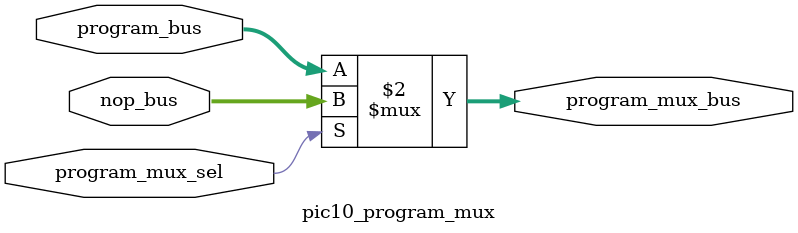
<source format=v>
/****************************************************************************
*
* By John.Gulbrandsen@SummitSoftConsulting.com, 1/17/2007.
*
* This file contains all the modules used by the datapath in the PIC10 RISC 
* CPU core.
*
* The datapath is software compatible with the PIC10F100 microcontroller
* series from Microchip. Note that the datapath is not cycle-accurate 
* because this implementation is not pipelined in order to keep the imple-
* mentation small. The higher clock frequency of a CPLD/FPGA will more than
* compensate for this.
*
* Register differences: TMR0 is not implemented. OSCCAL and CMCON0 registers
* have been replaced by two more GPIO registers. PC is 9-bits (no banking 
* support in the PIC10F100-series so there's no need to implement more bits).
*
****************************************************************************/

// These constants determine the signals on the status_bus (output from ALU)
// as well as on the status_reg_bus (output from STATUS register).
`define STATUS_C	0
`define STATUS_DC	1
`define STATUS_Z	2	

// This constant defines the number of stack positions.
`define STACK_DEPTH 2

module pic10_datapath(
	
	///////////////////////////////////////////////////////////////
	/////////////////////////// Inouts ////////////////////////////
	///////////////////////////////////////////////////////////////
	
	inout [7:0] gpio5_pin_bus,	// Inout: Port 5 pins connected to the outside world.
	inout [7:0] gpio6_pin_bus,	// Inout: Port 6 pins connected to the outside world.
	inout [7:0] gpio7_pin_bus,	// Inout: Port 7 pins connected to the outside world.
	
	
	///////////////////////////////////////////////////////////////
	/////////////////////////// Outputs ///////////////////////////
	///////////////////////////////////////////////////////////////
	
	output zero_result,			// Lets the controller know the state of Z-flag 
								// updates so it knows when to increment the PC
								// during execution of the DECFSZ, INCFSZ, BTFSZ
								// and BTFSS instructions.
	
	output [4:0] reg_addr_bus,	// Used by the controller so it knows which 
								// load_XXX_reg signal to assert when writing to
								// a register via a direct or indirect address.
								
	output [11:0] ir_reg_bus,	// Passes the current instruction code to the
								// controller so it knows how to direct the
								// datapath to execute the instruction.

	output [8:0] pc_bus,		// The program memory address. Will result in
								// program instructions to be received on the
								// 'program_bus' bus.

	///////////////////////////////////////////////////////////////
	/////////////////////////// Inputs ////////////////////////////
	///////////////////////////////////////////////////////////////

	input load_status_reg,		// Loads the alu_bus into STATUS register on next
								// posedge(clk).
								
	input alu_mux_sel,			// Selects the 2nd operand to ALU to be 
								// sft_data_bus (0) or ram_data_bus(1).
								
	input load_w_reg,			// Loads alu_bus into W register on next 
								// posedge(clk).
								
	input load_fsr_reg,			// Loads alu_bus into FSR register on next 
								// posedge(clk). 
								
	input load_ram_reg,			// Loads alu_bus into the addressed general purpose
								// register on next posedge(clk). 
								
	input reg_addr_mux_sel,		// Selects the register address to be used when reading or writing a
								// register. Can either be a direct address (0) or an indirect address (1).
								
	input load_tris5_reg,		// Used to load the TRIS registers. A '1' in a
	input load_tris6_reg,		// bit position makes the corresponding bit in 
	input load_tris7_reg,		// the related GPIO register tri-stated (inputs).
								// The TRIS registers are reset as FFh (inputs).
								
	input load_gpio5_reg,		// Used to load the GPIO registers. Output data
	input load_gpio6_reg,		// is only driven out on the I/O pin if the
	input load_gpio7_reg,		// corresponding TRIS bit is '0' (output).

	input inc_stack,			// Increments or decrements the stack pointer on 
	input dec_stack,			// next posedge(clk). 
								
	input load_stack,			// Loads the current stack location with the
								// data on the pc_bus (used by the CALL instruction
								// to store the return address onto the stack).			
								
	input load_pc_reg,			// loads PC register from pc_mux_bus (used by
								// the CALL instruction to load the jump address
								// or used to directly load a new value into PCL
								// when PCL is used as the target register).
								
	input inc_pc,				// Increments the program counter (PC). Used
								// after instruction fetch as well as in 'skip'
								// instructions (DECFSZ, INCFSZ, BTFSC and BTFSS).
								
	input [1:0] pc_mux_sel,		// Chooses whether the load data to PC should come
								// from the stack_bus (0), alu_bus (1) or 
								// ir_reg_bus (2).
								
	input load_ir_reg,			// Loads IR with the contents of the program 
								// memory word currently being addressed by PC.
								
	input [11:0] program_bus,	// Current instruction from the program memory at
								// the address output at pc_bus.

	input skip_next_instruction,// If the previous instruction was DECFSZ, INCFSZ, 
								// BTFSC or BTFSS and the result was zero we should 
								// not execute the next instruction (i.e. we should 
								// treat the next instruction as a NOP).
								
	input reset,				// System reset.
	input clk					// System clock.
								
	);
	
	///////////////////////////////////////////////////////////////
	///////////////////Internal Wires and buses ///////////////////
	///////////////////////////////////////////////////////////////

	wire [7:0] status_reg_bus;		// The output from the STATUS register.
	wire [7:0] alu_bus;				// The output result from the ALU.
	wire [2:0] alu_status_bus;		// The status output from the ALU.
	wire [7:0] sfr_data_bus;		// The output from the SFR Data Mux.
	wire [7:0] fsr_reg_bus;			// The output from the FSR register.
	wire [7:0] triport5_bus;		// The value read from GPIO port 5.
	wire [7:0] triport6_bus;		// The value read from GPIO port 6.
	wire [7:0] triport7_bus;		// The value read from GPIO port 7.
	wire [7:0] ram_data_bus;		// The output from the General Purpose RAM.
	wire [11:0] program_mux_bus;	// The output from the Program Mux.
	
	///////////////////////////////////////////////////////////////
	/////////////////////// Implementation ////////////////////////
	///////////////////////////////////////////////////////////////

	// The 'zero_result' output is tied to the Z bit in the ALU's status_bus.
	assign zero_result = alu_status_bus[`STATUS_Z];

	// This is the status register. It is loaded from alu_bus.
	// The ALU can also individually set/clear the Z, C and DC bits.
		
	pic10_status_reg status_reg(
		status_reg_bus[7:0],	// Output: The current status is always driven.
		carry_bit,				// Output: The carry bit from the STATUS register.
		alu_bus[7:0],			// Input: Data to be loaded when asserting 'load_status_reg'.
		load_status_reg,		// Input: Loads alu_bus into register at next posedge(clk).
		alu_status_bus[2:0],	// Input: Z, C and DC status bits. Driven by ALU.
		load_z,					// Input: Changes Z bit accordingly to alu_status_bus.z.
		load_c,					// Input: Changes C bit accordingly to alu_status_bus.c.
		load_dc,				// Input: Changes DC bit accordingly to alu_status_bus.dc.
		reset,					// System reset.
		clk);					// System clock.
		
	// This is the SFR Data Mux. It is used to select one of the SFR registers as
	// ALUs 2nd operand. Note that there is yet another mux inbetween the SFR Data
	// Mux and the ALU (the ALU Mux) which selects between the SFR Data and General-
	// Purpose RAM data	outputs.
	
	reg [7:0] null_bus = 8'b0;	// Used to drive 00h on the not implemented INDF and TMR0 buses.

	pic10_sfr_data_mux sfr_data_mux(
		sfr_data_bus,			// Output: Operand data from the special function registers 0..7.
		reg_addr_bus[2:0],		// Input: This is the currently selected register address (either
								// a direct address	or an indirect address selected by the Register
								// Address Mux). The SFR Data Mux only uses the three lowest bits.	
		null_bus[7:0],			// Input: INDF returns 00h when read.
		null_bus[7:0],			// Input: TMR0 returns 00h when read (not implemented).
		pc_bus[7:0],			// Input: PCL (the lowest 8 bits of the 9-bit PC).
		status_reg_bus[7:0],	// Input: The STATUS register's output.
		fsr_reg_bus[7:0],		// Input: The FSR register's output.
		triport5_bus[7:0],		// Input: The value read from GPIO port 5. Replaces OSCCAL register.
		triport6_bus[7:0],		// Input: The value read from GPIO port 6.
		triport7_bus[7:0]);		// Input: The value read from GPIO port 7. Replaces CMCON0 register.
		
	// This is the ALU datapath. It contains the ALU, the ALU MUX that selects ALU operand 
	// data from either the sfr_data_bus or ram_data_bus. In addition this module contains
	// the W register. Packaging these modules into the ALU Datapath module makes the
	// ALU Core easy to test separately.
	
	pic10_alu_datapath alu_datapath(
		alu_bus[7:0],			// Output: The output from the ALU. This can either be
								// an unmodified, passed-through operand (W or register),
								// a literal (constant) from the instruction word or
								// the result from an arithmetic or logical operation
								// or some combination of the W reg, registers and a 
								// literal.
								
		alu_status_bus[2:0],	// Output: Z, C and DC status bits. Driven by ALU when
								// an ALU operation affects any of the flags. The load_XXX
								// outputs will determine which of the alu_status_bus signals
								// are valid (and should be loaded into the status register).
								
		load_z,					// Output: The alu_status_bus.z bit is valid.
		load_c,					// Output: The alu_status_bus.c bit is valid.
		load_dc,				// Output: The alu_status_bus.dc bit is valid.
		
		sfr_data_bus[7:0],		// Input: Operand data from the special function registers 0..7.
		ram_data_bus[7:0],		// Input: Operand data from the general-purpose RAM registers.
		ir_reg_bus[11:0],		// Input: This is the current instruction loaded into the 
								// instruction register. The ALU uses the 'literal' operand
								// fields in the instruction word.
								
		alu_mux_sel,			// Input: Selects the ALU's 2nd operand to be either the data on the 
								// sfr_data_bus (0) or the data on the ram_data_bus (1).
		
		load_w_reg,				// Input: Loads the data on the alu_bus into the W register.
		carry_bit,				// Input: The carry bit from the STATUS register.
		
		reset,					// System reset.
		clk);					// System clock.
		
	// This 12-bit multiplexer allows us to replace the next instruction with a NOP.
	// It is used by the controller to skip over the next actual instruction when
	// one of the 'skip'-instructions results in a skip of the next instruction.
	
	reg [11:0] nop_bus = 12'h000;
	
	pic10_program_mux program_mux(
		program_mux_bus,		// Output: This is the bus that drives the ALUs 2nd operand.
		program_bus,			// Input: Operand data from the program_bus (currently addressed instruction).
		nop_bus,				// Input: A NOP instruction Op-code (000h).
		skip_next_instruction);	// Input: When asserted, passes through the NOP Op-code.
		
	// This is the SFR datapath. It contains the Instruction Register (IR), the FSR 
	// register, the Register Address Mux as well as the General-purpose RAM registers.
	// Packaging these modules into the 'SFR Datapath' module allows us to more easily
	// test the functionality of the direct and indirect addressing modes to access RAM. 
	
	pic10_sfr_datapath sfr_datapath(
		fsr_reg_bus[7:0],		// Output: Contains the indirect register address in the FSR register.
								// Used by the controller to determine which load_XXX_reg signal to 
								// assert when writing to a SFR or general-purpose RAM register.
								
		ir_reg_bus[11:0],		// Output: Contains the instruction word in the Instruction Register.
								// Used by the controller to determine which combinational signals
								// to assert to execute the instruction. Also used by the ALU which
								// needs to know the 'literal' constant operands (which some
								// instructions have encoded as part of the instruction).
								
		ram_data_bus[7:0],		// Output: The output from the currently addressed general-purpose
								// RAM register. The address can either be a direct or indirect 
								// address (determined by the Register Address Mux).
								
		reg_addr_bus[4:0],		// Output: This is the currently selected register address (either
								// a direct address	or an indirect address selected by the Register
								// Address Mux). Note that we only pass in a part-select of the bus.

		program_mux_bus[11:0],	// Input: Carries the program word to load into the Instruction Register
								// (IR) when 'load_ir_reg' is asserted.
								
		alu_bus[7:0],			// Input: The output from the ALU. Loaded into a register when one of the
								// load_XXX_reg signals are asserted.					
								
		load_ir_reg,			// Input: Loads alu_bus into IR on the next posedge(clk).
		load_fsr_reg,			// Input: Loads alu_bus into FSR on the next posedge(clk).
		load_ram_reg,			// Input: Loads alu_bus into a General-purpose RAM register with the address 
								// driven on reg_addr_bus. The data is clocked in on the next 
								// posedge(clk).
								
		reg_addr_mux_sel,		// Input: Selects the register address to be used when reading or writing a
								// register. Can either be a direct address (0) or an indirect address (1).
								
		reset,					// System reset.
		clk);					// System clock.
							
	// This is the 'PC Datapath'. It contains the Program Counter (PC), the stack and the PC Mux
	// which allows the PC to be loaded with data from the stack, alu_bus or ir_reg_bus buses. By
	// putting these modules into the 'PC Datapath' module we can test the PC push and pop operations.
	
	pic10_pc_datapath pc_datapath(
		pc_bus[8:0],			// Output: Drives the current value in the Program Counter.
		alu_bus[7:0],			// Input: Used to load register values into PC.
		ir_reg_bus[8:0],		// Input: Used to load literal values (constants in instructions) into PC.
		pc_mux_sel[1:0],		// Input: Allows the PC to be loaded with data from the internal stack bus (0),
								// alu_bus (1) or ir_reg_bus (2).
		load_pc_reg,			// Input: Loads the PC from the input bus currently selected via pc_mux_sel.
		inc_pc,					// Input: Increments the program counter.
		inc_stack,				// Input: Increments the stack pointer.
		dec_stack,				// Input: Decrements the stack pointer.
		load_stack,				// Input: Loads the stack from the current PC value.
		reset,					// System reset.
		clk);					// System clock.
		
	// This is the tri-state register number 5. It combines the GPIO and TRIS register 5.
	pic10_tri_state_port tri_state_port5(
		gpio5_pin_bus[7:0],		// Inout: This is the port bus connected to the outside world.
		triport5_bus[7:0],		// Output: The value read from GPIO port 5. Replaces OSCCAL register.
		alu_bus[7:0],			// Input: Used to load register values into the TRIS or GPIO port (the
								// register to load is determined by asserting either the load_tris5_reg
								// or the load_gpio5_reg signal).
		load_tris5_reg,			// Used to load the TRIS register.
		load_gpio5_reg,			// Used to load the GPIO register.
		reset,					// Input: System reset.
		clk);					// Input: System clock.
		
		
	// This is the tri-state register number 6. It combines the GPIO and TRIS register 6.
	pic10_tri_state_port tri_state_port6(
		gpio6_pin_bus[7:0],		// Inout: This is the port bus connected to the outside world.
		triport6_bus[7:0],		// Output: The value read from GPIO port 6.
		alu_bus[7:0],			// Input: Used to load register values into the TRIS or GPIO port (the
								// register to load is determined by asserting either the load_tris6_reg
								// or the load_gpio6_reg signal).
		load_tris6_reg,			// Used to load the TRIS register.
		load_gpio6_reg,			// Used to load the GPIO register.
		reset,					// Input: System reset.
		clk);					// Input: System clock.
		
		
	// This is the tri-state register number 7. It combines the GPIO and TRIS register 7.
	pic10_tri_state_port tri_state_port7(
		gpio7_pin_bus[7:0],		// Inout: This is the port bus connected to the outside world.
		triport7_bus[7:0],		// Output: The value read from GPIO port 7. Replaces CMCON0 register.
		alu_bus[7:0],			// Input: Used to load register values into the TRIS or GPIO port (the
								// register to load is determined by asserting either the load_tris7_reg
								// or the load_gpio7_reg signal).
		load_tris7_reg,			// Used to load the TRIS register.
		load_gpio7_reg,			// Used to load the GPIO register.
		reset,					// Input: System reset.
		clk);					// Input: System clock.
	
endmodule
			
		
/////////////////////////////////////////////////////////////////
// module pic10_alu_datapath
// Tested OK 2/14/07 with testbench 'test_pic10_alu_datapath'.
/////////////////////////////////////////////////////////////////		
module pic10_alu_datapath(
		output [7:0] alu_bus,	// Output: The output from the ALU. This can either be
								// an unmodified, passed-through operand (W or register),
								// a literal (constant) from the instruction word or
								// the result from an arithmetic or logical operation
								// or some combination of the W reg, registers and a 
								// literal.
								
		output [2:0] alu_status_bus,// Output: Z, C and DC status bits. Driven by ALU when
								// an ALU operation affects any of the flags. The load_XXX
								// outputs will determine which of the alu_status_bus signals
								// are valid (and should be loaded into the status register).
		output load_z,			// Output: The alu_status_bus.z bit is valid.
		output load_c,			// Output: The alu_status_bus.c bit is valid.
		output load_dc,			// Output: The alu_status_bus.dc bit is valid.
		input [7:0]sfr_data_bus,// Input: Operand data from the special function registers 0..7.
		input [7:0]ram_data_bus,// Input: Operand data from the general-purpose RAM registers.
		input [11:0] ir_reg_bus,// Input: This is the current instruction loaded into the 
								// instruction register. The ALU uses the 'literal' operand
								// fields in the instruction word.
		input alu_mux_sel,		// Input: Selects the ALU's 2nd operand to be either the data on the 
								// sfr_data_bus (0) or the data on the ram_data_bus (1).
		input load_w_reg,		// Input: Loads the data on the alu_bus into the W register.
		input carry_bit,		// Input: The carry bit from the STATUS register.
		input reset,			// System reset.
		input clk);				// System clock.
		

	///////////////////////////////////////////////////////////////
	///////////////// Internal Wires and Buses ////////////////////
	///////////////////////////////////////////////////////////////

   wire [7:0] alu_mux_bus;
   wire [7:0] w_reg_bus;

	///////////////////////////////////////////////////////////////
	/////////////////////// Implementation ////////////////////////
	///////////////////////////////////////////////////////////////

	// This is the ALU Mux that selects the 2nd ALU operand to be either 
	// the SFR or the currently addressed general-purpose RAM register.
	
	pic10_alu_mux alu_mux(
		alu_mux_bus[7:0],		// Output: This is the bus that drives the ALUs 2nd operand.
		sfr_data_bus[7:0],		// Input: Operand data from the special function registers 0..7.
		ram_data_bus[7:0],		// Input: Operand data from the general-purpose RAM registers.
		alu_mux_sel);			// Input: Selects the ALU's 2nd operand to be either the data on the 
								// sfr_data_bus (0) or the data on the ram_data_bus (1).
								
	// This is the ALU.
	pic10_alu alu(
		alu_bus[7:0],			// Output: The output from the ALU. This can either be
								// an unmodified, passed-through operand (W or register),
								// a literal (constant) from the instruction word or
								// the result from an arithmetic or logical operation
								// or some combination of the W reg, registers and a 
								// literal.
		load_z,					// Output: The ALU will set this signal when the Z bit is affected 
								// by an ALU operation. The Z bit itself is part of the alu_status_bus.
		load_c,					// Output: The ALU will set this signal when the C bit is affected 
								// by an ALU operation. The C bit itself is part of the alu_status_bus.
		load_dc,				// Output: The ALU will set this signal when the DC bit is affected 
								// by an ALU operation. The DC bit itself is part of the alu_status_bus.
		alu_status_bus[2:0],	// Output: The ALU drives the Z, C and/or DC status bits if affected
								// by the ALU operation input on the ir_reg_bus input.
		w_reg_bus[7:0],			// Input: The output from the W register. Used as 1st ALU operand.
		alu_mux_bus[7:0],		// Input: This is the bus that drives the ALUs 2nd operand.
		ir_reg_bus[11:0],		// Input: The ALU retrieves the opcode and literal operands from this bus.
		carry_bit);				// Input: The carry bit from the STATUS register.
		
	// This is the W register.
	pic10_w_reg w_reg(
		w_reg_bus[7:0],			// Output: The output from the W register. Used as 1st ALU operand.
		alu_bus[7:0],			// Input: The output from the ALU. This can either be
								// an unmodified, passed-through operand (W or register),
								// a literal (constant) from the instruction word or
								// the result from an arithmetic or logical operation
								// or some combination of the W reg, registers and a 
								// literal.
		load_w_reg,				// Input: Loads the data on the alu_bus into the W register.
		reset,					// System reset.
		clk);					// System clock.
									
endmodule


/////////////////////////////////////////////////////////////////
// module pic10_sfr_datapath
// Tested OK 1/22/07 with testbench 'test_pic10_sfr_datapath'.
/////////////////////////////////////////////////////////////////		
module pic10_sfr_datapath(
	output [7:0] fsr_reg_bus,	// Output: Contains the indirect register address in the FSR register.
								// Used by the controller to determine which load_XXX_reg signal to 
								// assert when writing to a SFR or general-purpose RAM register.
							
	output [11:0] ir_reg_bus,	// Output: Contains the instruction word in the Instruction Register.
								// Used by the controller to determine which combinational signals
								// to assert to execute the instruction. Also used by the ALU which
								// needs to know the 'literal' constant operands (which some
								// instructions have encoded as part of the instruction).
								
	output [7:0] ram_data_bus,	// Output: The output from the currently addressed general-purpose
								// RAM register. The address can either be a direct or indirect 
								// address (determined by the Register Address Mux).
				
	output [4:0] reg_addr_bus,	// Output: This is the currently selected register address (either
								// a direct address	or an indirect address selected by the Register
								// Address Mux). Used as select signal for the SFR Data Mux. The SFR Data
								// Mux selects the SFR data to be used as the 2nd ALU operand.
								// NOTE that the 2nd ALU operand is further qualified by the ALU
								// Mux which selects between the output from the SFR Data Mux and 
								// the output from the General Purpose RAM Registers.
							
	input [11:0] program_mux_bus,// Input: Carries the program word to load into the Instruction Register
								// (IR) when 'load_ir_reg' is asserted.
							
	input [7:0] alu_bus,		// Input: The output from the ALU. Loaded into a register when one of the
								// load_XXX_reg signals are asserted.					
							
	input load_ir_reg,			// Input: Loads program_mux_bus into IR on the next posedge(clk).
	input load_fsr_reg,			// Input: Loads alu_bus into FSR on the next posedge(clk).
	input load_ram_reg,			// Input: Loads alu_bus into a General-purpose RAM register with the address 
								// driven on reg_addr_bus. The data is clocked in on  next posedge(clk).
							
	input reg_addr_mux_sel,		// Input: Selects the register address to be used when reading or writing a
								// register. Can either be a direct address (0) or an indirect address (1).
								
	input reset,				// System reset.
	input clk);					// System clock.

	///////////////////////////////////////////////////////////////
	/////////////////////// Implementation ////////////////////////
	///////////////////////////////////////////////////////////////

	// This is the Instruction Register (IR). It holds the 
	// current instruction while it is being executed.
	
	pic10_ir ir(
		ir_reg_bus[11:0],		// Output: Contains the instruction word in the Instruction Register.
		program_mux_bus[11:0],	// Input: Carries the program word to load into the Instruction Register
								// (IR) when 'load_ir_reg' is asserted.					
		load_ir_reg,			// Input: Loads program_mux_bus into IR on the next posedge(clk).
		reset,					// System reset.
		clk);					// System clock.
	
	// This is the FSR register. The value loaded into the FSR register is used as the 
	// indirect register address when an instruction reads a register via the INDF register.
	
	pic10_fsr fsr(
		fsr_reg_bus[7:0],		// Output: Contains the indirect register address in the FSR register.
		alu_bus[7:0],			// Input: The output from the ALU. Loaded into the FSR register when 
								// the load_fsr_reg signals is asserted at the next posedge(clk).
		load_fsr_reg,			// Input: Loads alu_bus into FSR on the next posedge(clk).
		reset,					// System reset.
		clk);					// System clock.
	
	// This is the Register Address Mux. It is used to select between 
	// a direct or indirect address when addressing a register.
	pic10_register_address_mux register_address_mux(
		reg_addr_bus[4:0],		// Output: This is the currently selected register address (either
								// a direct address	or an indirect address selected by the Register
								// Address Mux).
		ir_reg_bus[4:0],		// Input: This part-select of the complete instruction word contains 
								// a 'literal' constant specifying the direct address used to access 
								// a register (note: only for selected data-moving instructions).
		fsr_reg_bus[4:0],		// Input: Contains the indirect register address in the FSR register.
								// The indirect address is only used when accessing a register via
								// the FSR register.
		reg_addr_mux_sel);		// Input: Selects the register address to be used when reading or writing a
								// register. Can either be a direct address (0) or an indirect address (1).
			
	// This is the General Purpose Registers (RAM).
	pic10_ram_registers ram_registers(
		ram_data_bus[7:0],		// Output: Always outputs the data in the addressed register.
		alu_bus[7:0],			// Input: The output from the ALU. Loaded into the register when the
								// load_ram_reg signal is asserted. 
		load_ram_reg,			// Input: Loads alu_bus into a General-purpose RAM register with the address 
								// driven on reg_addr_bus. The data is clocked in on the next 
								// posedge(clk).
		reg_addr_bus[4:0],		// Input: This is the currently selected register address (either
								// a direct address	or an indirect address selected by the Register
								// Address Mux). Note: The first RAM register is at address 8 because
								// the Special Function Registers have addresses 0..7.
		reset,					// System reset.
		clk);					// System clock.
	
endmodule

/////////////////////////////////////////////////////////////////
// module pic10_pc_datapath
// Tested OK 1/27/07 with testbench 'test_pic10_pc_datapath'.
/////////////////////////////////////////////////////////////////		
module pic10_pc_datapath(
	output [8:0] pc_bus,		// Output: Drives the current value in the Program Counter.
	input [7:0] alu_bus,		// Input: Used to load register values into PC.
	input [8:0] ir_reg_bus,		// Input: Used to load literal values (constants in instructions) into PC.
	input [1:0] pc_mux_sel,		// Input: Allows the PC to be loaded with data from the internal stack bus (0),
								// alu_bus (1) or ir_reg_bus (2).
	input load_pc_reg,			// Input: Loads the PC from the input bus currently selected via pc_mux_sel.
	input inc_pc,				// Input: Increments the program counter.
	input inc_stack,			// Input: Increments the stack pointer.
	input dec_stack,			// Input: Decrements the stack pointer.
	input load_stack,			// Input: Loads the stack from the current PC value.
	input reset,				// System reset.
	input clk);					// System clock.
	
	///////////////////////////////////////////////////////////////
	/////////////////////// Implementation ////////////////////////
	///////////////////////////////////////////////////////////////
	
	// This is the n-level stack. The default stack depth is 2 but it
	// can be expended by modifying the 'pic10_stack' module.
	wire [8:0] stack_bus;
	
	pic10_stack stack(
		stack_bus[8:0],			// Output: Current stack location data.
		pc_bus[8:0],			// Input: Data to be loaded when asserting load_stack.
		load_stack,				// Input: Loads the stack from the current PC value.
		inc_stack,				// Input: Increments the current stack location.
		dec_stack,				// Input: Decrements the current stack location.
		reset,					// Input: System reset.
		clk);					// Input: System clock.

	// This is the PC Mux. It allows the PC to be loaded with data from
	// either the stack_bus (0), alu_bus (1) or the ir_reg_bus (2).
	wire [8:0] pc_mux_bus;
	
	pic10_pc_mux pc_mux(
		pc_mux_bus[8:0],		// Output: The PC will be loaded from this bus.
		stack_bus[8:0],			// Input: Used to load stacked values into PC.
		alu_bus[7:0],			// Input: Used to load register values into PC.
		ir_reg_bus[8:0],		// Input: Used to load literal values (constants in instructions) into PC.
		pc_mux_sel[1:0]);		// Input: allows the PC to be loaded with data from the internal stack bus (0),
								// alu_bus (1) or ir_reg_bus (2).
		
	// This is the program counter.
	pic10_pc pc(
		pc_bus[8:0],			// Output: Drives the current value in the Program Counter.
		pc_mux_bus[8:0],		// Input: Data to be loaded into PC when 'load_pc_reg' is asserted. 	
		load_pc_reg,			// Input: Loads the PC from the input bus currently selected via pc_mux_sel.
		inc_pc,					// Input: Increments the program counter.
		reset,					// Input: System reset.
		clk);					// Input: System clock.
		
endmodule

/////////////////////////////////////////////////////////////////
// module pic10_stack
// Tested OK 1/27/07 with testbench 'test_pic10_stack'.
/////////////////////////////////////////////////////////////////	
module pic10_stack(
	output [8:0] stack_bus,		// Output: Current stack location data.
	input [8:0] pc_bus,			// Input: Data to be loaded when asserting load_stack.
	input load_stack,			// Input: Loads the stack from the current PC value.
	input inc_stack,			// Input: Increments the current stack location.
	input dec_stack,			// Input: Decrements the current stack location.
	input reset,				// Input: System reset.
	input clk);					// Input: System clock.

	///////////////////////////////////////////////////////////////
	/////////////////////// Implementation ////////////////////////
	///////////////////////////////////////////////////////////////

	// This is the stack storage.
	reg [8:0] stack_regs[`STACK_DEPTH];
	
	// This is the internal stack pointer. It is updated 
	// by the inc_stack and dec_stack signals.
	reg sp;
		
	always @(posedge clk)
	begin
	
		if(reset)
			sp <= 0;
		else if(load_stack)
			stack_regs[sp] <= pc_bus;	
		else if(inc_stack)
			sp <= sp + 1;
		else if(dec_stack)
			sp <= sp - 1;
	end
	
   assign stack_bus = stack_regs[sp];

endmodule

/////////////////////////////////////////////////////////////////
// module pic10_pc_mux
// Tested OK 1/27/07 with testbench 'test_pic10_pc_mux'.
/////////////////////////////////////////////////////////////////	
module pic10_pc_mux(
	output reg [8:0] pc_mux_bus,// Output: The PC will be loaded from this bus.
	input [8:0] stack_bus,		// Input: Used to load stacked values into PC.
	input [7:0] alu_bus,		// Input: Used to load register values into PC.
	input [8:0] ir_reg_bus,		// Input: Used to load literal values (constants in instructions) into PC.
	input [1:0] pc_mux_sel);	// Input: allows the PC to be loaded with data from the internal stack bus (0),
								// alu_bus (1) or ir_reg_bus (2).

	///////////////////////////////////////////////////////////////
	/////////////////////// Implementation ////////////////////////
	///////////////////////////////////////////////////////////////
	
	reg [8:0] null_bus = 0;
	
	always @(stack_bus, alu_bus, ir_reg_bus, pc_mux_sel) 
	begin
		
		case(pc_mux_sel)
			2'd0:		pc_mux_bus = stack_bus;
			2'd1:		pc_mux_bus = {1'b0, alu_bus};
			2'd2:		pc_mux_bus = ir_reg_bus;
			default:	pc_mux_bus = null_bus;
	endcase
		
	end	
				
endmodule

/////////////////////////////////////////////////////////////////
// module pic10_pc
// Tested OK 1/27/07 with testbench 'test_pic10_pc'.
/////////////////////////////////////////////////////////////////		
module pic10_pc(
	output reg [8:0] pc_bus,	// Output: Drives the current value in the Program Counter.
	input [8:0] pc_mux_bus,		// Input: Data to be loaded into PC when 'load_pc_reg' is asserted. 	
	input load_pc_reg,			// Input: Loads the PC from the input bus currently selected via pc_mux_sel.
	input inc_pc,				// Input: Increments the program counter.
	input reset,				// Input: System reset.
	input clk);					// Input: System clock.

	///////////////////////////////////////////////////////////////
	/////////////////////// Implementation ////////////////////////
	///////////////////////////////////////////////////////////////
	
	always @(posedge clk)
	begin
	
		// 'reset' takes precedence over other inputs.
		if(reset) 
			pc_bus <= 0;
		else if(load_pc_reg)
			pc_bus <= pc_mux_bus;
		else if(inc_pc)
			pc_bus <= pc_bus + 1;
	end	
		
endmodule

/////////////////////////////////////////////////////////////////
// module pic10_ir
// Tested OK 1/27/07 with testbench 'test_pic10_ir'.
/////////////////////////////////////////////////////////////////
module pic10_ir(
	output reg [11:0] ir_reg_bus,	// Output: Contains the instruction word in the Instruction Register.
	input [11:0] program_mux_bus,	// Input: Carries the program word to load into the Instruction Register
									// (IR) when 'load_ir_reg' is asserted.					
	input load_ir_reg,				// Input: Loads program_mux_bus into IR on the next posedge(clk).
	input reset,					// Input: System reset.
	input clk);						// Input: System clock.

	///////////////////////////////////////////////////////////////
	/////////////////////// Implementation ////////////////////////
	///////////////////////////////////////////////////////////////
	
	always @(posedge clk)
	begin
	
		// 'reset' takes precedence over other inputs.
		if(reset) 
			ir_reg_bus <= 0;
		else if(load_ir_reg)
			ir_reg_bus <= program_mux_bus;
	end	
	
endmodule

/////////////////////////////////////////////////////////////////
// module pic10_fsr
// Tested OK 1/27/07 with testbench 'test_pic10_fsr'.
/////////////////////////////////////////////////////////////////
module pic10_fsr(
	output reg [7:0] fsr_reg_bus,// Output: Contains the indirect register address in the FSR register.
	input [7:0] alu_bus,		// Input: The output from the ALU. Loaded into the FSR register when 
								// the load_fsr_reg signals is asserted at the next posedge(clk).
	input load_fsr_reg,			// Input: Loads alu_bus into FSR on the next posedge(clk).
	input reset,				// Input: System reset.
	input clk);					// Input: System clock.

	///////////////////////////////////////////////////////////////
	/////////////////////// Implementation ////////////////////////
	///////////////////////////////////////////////////////////////
	
	always @(posedge clk)
	begin
	
		// 'reset' takes precedence over other inputs.
		if(reset) 
			fsr_reg_bus <= 0;
		else if(load_fsr_reg)
			fsr_reg_bus <= alu_bus;
	end
	
endmodule

/////////////////////////////////////////////////////////////////
// module pic10_status_reg
// Tested OK 1/22/07 with testbench 'test_pic10_status_reg'.
/////////////////////////////////////////////////////////////////
module pic10_status_reg(
	output reg [7:0] status_reg_bus,// Output: The current status is always driven.
	output carry_bit,				// Output: The carry bit from the STATUS register.
	input [7:0] alu_bus,			// Input: Data to be loaded when asserting 'load_status_reg'.
	input load_status_reg,			// Input: Loads alu_bus into register at next posedge(clk).
	input [2:0] alu_status_bus,		// Input: Z, C and DC status bits. Driven by ALU.
	input load_z,					// Input: Changes Z bit accordingly to alu_status_bus.z.
	input load_c,					// Input: Changes C bit accordingly to alu_status_bus.c.
	input load_dc,					// Input: Changes DC bit accordingly to alu_status_bus.dc.
	input reset,					// Input: System reset.
	input clk);						// Input: System clock.
		
	///////////////////////////////////////////////////////////////
	/////////////////////// Implementation ////////////////////////
	///////////////////////////////////////////////////////////////
	
	always @(posedge clk)
	begin
	
		// 'reset' takes precedence over other inputs.
		if(reset) 
			status_reg_bus <= 0;
		else begin
		
			if(load_status_reg) begin
				// If ANY of the status bits are being updated by 'status_bus' we do 
				// not allow a write to these bits by the parallel loaded data.
				if(load_z || load_c || load_dc)
					status_reg_bus[7:3] <= alu_bus[7:3];
				else
					status_reg_bus <= alu_bus;
			end
				
			if(load_z)
				status_reg_bus[`STATUS_Z] = alu_status_bus[`STATUS_Z];
				
			if(load_c)
				status_reg_bus[`STATUS_C] = alu_status_bus[`STATUS_C];
		
			if(load_dc)
				status_reg_bus[`STATUS_DC] = alu_status_bus[`STATUS_DC];
		end
	end

	assign carry_bit = status_reg_bus[`STATUS_C];
		
endmodule

/////////////////////////////////////////////////////////////////
// module pic10_sfr_data_mux
// Tested OK 1/22/07 with testbench 'test_pic10_sfr_data_mux'.
/////////////////////////////////////////////////////////////////
module pic10_sfr_data_mux(
	output reg [7:0] sfr_data_bus,	// Output: Operand data from the special function registers 0..7.
	input [2:0] sfr_data_mux_sel,	// Input: This is the currently selected register address (either
									// a direct address	or an indirect address selected by the Register
									// Address Mux). The SFR Data Mux only uses the three lowest bits.		
	input [7:0] indf_reg_bus,		// Input: The INDF register's output.
	input [7:0] tmr0_reg_bus,		// Input: The TMR0 register's output.
	input [7:0] pcl_reg_bus,		// Input: The PCL register's output (the lowest 8 bits of the 9-bit PC).
	input [7:0] status_reg_bus,		// Input: The STATUS register's output.
	input [7:0] fsr_reg_bus,		// Input: The FSR register's output.
	input [7:0] triport5_bus,		// Input: The value read from GPIO port 5 (replaces OSCCAL register).
	input [7:0] triport6_bus,		// Input: The value read from GPIO port 6.
	input [7:0] triport7_bus);		// Input: The value read from GPIO port 7 (replaces CMCON0 register).

	///////////////////////////////////////////////////////////////
	/////////////////////// Implementation ////////////////////////
	///////////////////////////////////////////////////////////////

	always @(sfr_data_mux_sel, indf_reg_bus, tmr0_reg_bus, pcl_reg_bus,
		status_reg_bus, fsr_reg_bus, triport5_bus, triport6_bus, triport7_bus) 
	begin
		
		case(sfr_data_mux_sel)
			3'd0:	sfr_data_bus = indf_reg_bus;
			3'd1:	sfr_data_bus = tmr0_reg_bus;
			3'd2:	sfr_data_bus = pcl_reg_bus;
			3'd3:	sfr_data_bus = status_reg_bus;
			3'd4:	sfr_data_bus = fsr_reg_bus;
			3'd5:	sfr_data_bus = triport5_bus;
			3'd6:	sfr_data_bus = triport6_bus;
			3'd7:	sfr_data_bus = triport7_bus;
		endcase
		
	end
	
endmodule

/////////////////////////////////////////////////////////////////
// module pic10_register_address_mux
// Tested OK 1/22/07 with testbench 'test_pic10_register_address_mux'.
/////////////////////////////////////////////////////////////////
module pic10_register_address_mux(
	output [4:0] reg_addr_bus,		// Output: This is the currently selected register address (either
									// a direct address	or an indirect address selected by the Register
									// Address Mux).
	input [4:0] ir_reg_bus,			// Input: This part-select of the complete instruction word contains 
									// a 'literal' constant specifying the direct address used to access 
									// a register (note: only for selected data-moving instructions).
	input [4:0] fsr_reg_bus,		// Input: Contains the indirect register address in the FSR register.
									// The indirect address is only used when accessing a register via
									// the FSR register.
	input reg_addr_mux_sel);		// Input: Selects the register address to be used when reading or writing a
									// register. Can either be a direct address (0) or an indirect address (1).

	///////////////////////////////////////////////////////////////
	/////////////////////// Implementation ////////////////////////
	///////////////////////////////////////////////////////////////

	assign reg_addr_bus = reg_addr_mux_sel ? fsr_reg_bus : ir_reg_bus;
	
endmodule

/////////////////////////////////////////////////////////////////
// module pic10_ram_registers
// Tested OK 1/21/07 with testbench 'test_pic10_ram_registers'.
/////////////////////////////////////////////////////////////////
module pic10_ram_registers(
	output [7:0] ram_data_bus,	// Output: Always outputs the data in the addressed register.
	input [7:0] alu_bus,		// Input: The output from the ALU. Loaded into the register when the
								// load_ram_reg signal is asserted. 
	input load_ram_reg,			// Input: Loads alu_bus into a General-purpose RAM register with the address 
								// driven on reg_addr_bus. The data is clocked in on the next 
								// posedge(clk). 
	input [4:0] reg_addr_bus,	// Input: This is the currently selected register address (either
								// a direct address	or an indirect address selected by the Register
								// Address Mux). Note: The first RAM register is at address 8 because
								// the Special Function Registers have addresses 0..7.
	input reset,				// Input: System reset.
	input clk);					// Input: System clock.

	///////////////////////////////////////////////////////////////
	/////////////////////// Implementation ////////////////////////
	///////////////////////////////////////////////////////////////

	// This is the RAM register storage (24 8-bit registers).
	reg [7:0] ram_regs[24];
	
	// This is a loop variable used during reset to initialize the RAM.
	integer i;
	
	always @(posedge clk)
	begin
	
		if(reset) begin
			// Clear all RAM registers.
			for(i=0; i<24; i=i+1)
				ram_regs[i] <= 0;
		end
		else if(load_ram_reg) begin
			ram_regs[reg_addr_bus - 8] <= alu_bus;
		end	

	end

	// The RAM registers always output the addressed register.
	// NOTE: Output 00h for addresses we don't decode (our first
	// RAM register starts at address 8).
	// NOTE: Subtract 8 because address 0..7 addresses the SFR registers.
	assign ram_data_bus = reg_addr_bus >= 5'd8 ? ram_regs[reg_addr_bus - 8] : 0;

endmodule

/////////////////////////////////////////////////////////////////
// module pic10_alu_mux
// Tested OK 1/20/07 with testbench 'test_pic10_alu_mux'.
/////////////////////////////////////////////////////////////////
module pic10_alu_mux(
	output [7:0] alu_mux_bus,	// Output: This is the bus that drives the ALUs 2nd operand.
	input [7:0] sfr_data_bus,	// Input: Operand data from the special function registers 0..7.
	input [7:0] ram_data_bus,	// Input: Operand data from the general-purpose RAM registers.
	input alu_mux_sel);			// Input: Selects the ALU's 2nd operand to be either the data on the 
								// sfr_data_bus (0) or the data on the ram_data_bus (1).

	///////////////////////////////////////////////////////////////
	/////////////////////// Implementation ////////////////////////
	///////////////////////////////////////////////////////////////

	assign alu_mux_bus = alu_mux_sel ? ram_data_bus : sfr_data_bus;
	
endmodule

module pic10_alu(
	output reg [7:0] alu_bus,	// Output: The output from the ALU. This can either be
								// an unmodified, passed-through operand (W or register),
								// a literal (constant) from the instruction word or
								// the result from an arithmetic or logical operation
								// or some combination of the W reg, registers and a 
								// literal.
	output reg load_z,			// Output: The ALU will set this signal when the Z bit is affected 
								// by an ALU operation. The Z bit itself is part of the alu_status_bus.
	output reg load_c,			// Output: The ALU will set this signal when the C bit is affected 
								// by an ALU operation. The C bit itself is part of the alu_status_bus.
	output reg load_dc,			// Output: The ALU will set this signal when the DC bit is affected 
								// by an ALU operation. The DC bit itself is part of the alu_status_bus.
	output reg [2:0] alu_status_bus,// Output: The ALU drives the Z, C and/or DC status bits if affected
								// by the ALU operation input on the ir_reg_bus input.
	input [7:0] w_reg_bus,		// Input: The output from the W register. Used as 1st ALU operand.
	input [7:0] alu_mux_bus,	// Input: This is the bus that drives the ALUs 2nd operand.
	input [11:0] ir_reg_bus,	// Input: The ALU retrieves the opcode and literal operands from this bus.
	input carry_bit);			// Input: The carry bit from the STATUS register.


	///////////////////////////////////////////////////////////////
	/////////////////////// Implementation ////////////////////////
	///////////////////////////////////////////////////////////////

	always @(w_reg_bus, alu_mux_bus, ir_reg_bus, carry_bit)
	begin

		// Clear the old status. It will be updated by the below ALU operations.
		alu_status_bus = 0;
		load_z = 0;
		load_c = 0;
		load_dc = 0;
      
		casex(ir_reg_bus)
			// Mnemonic	Operands	Description				Cycles	12-Bit Opcode	Status Affected		Notes

			// ADDWF	f, d		Add W and f				1		0001 11df ffff		C, DC, Z		1, 2, 4
			12'b0001_11xx_xxxx: addwf();
				
			// ANDWF	f, d		AND W with f			1		0001 01df ffff		Z				2, 4
			12'b0001_01xx_xxxx: andwf();
			
			// CLRF		f			Clear f					1		0000 011f ffff		Z				4
			12'b0000_011x_xxxx:	crlf();
			
			// CLRW					Clear W					1		0000 0100 0000		Z	
			12'b0000_0100_0000:	clrw();
			
			// COMF		f, d		Complement f			1		0010 01df ffff		Z	
			12'b0010_01xx_xxxx: comf();
			
			// MOVWF	f			Move W to f				1		0000 001f ffff		None			1, 4
			12'b0000_001x_xxxx: movwf();

			// OPTION				Load OPTION register	1		0000 0000 0010		None
			12'b0000_0000_0010: option();
			
			// DECF		f, d		Decrement f				1		0000 11df ffff		Z				2, 4
			12'b0000_11xx_xxxx:	decf();
			
			// DECFSZ	f, d		Decrement f, Skip if 0	1(2)	0010 11df ffff		None			2, 4
			12'b0010_11xx_xxxx: decfsz();
			
			// INCF		f, d		Increment f				1		0010 10df ffff		Z				2, 4
			12'b0010_10xx_xxxx: incf();
			
			// INCFSZ	f, d		Increment f, Skip if 0	1(2)	0011 11df ffff		None			2, 4
			12'b0011_11xx_xxxx: incfsz();
			
			// IORWF	f, d		Inclusive OR W with f	1		0001 00df ffff		Z				2, 4
			12'b0001_00xx_xxxx: iorwf();
			
			// MOVF		f, d		Move f					1		0010 00df ffff		Z				2, 4
			12'b0010_00xx_xxxx: movf();
			
			// NOP					No Operation			1		0000 0000 0000		None	
			// NOTE: No ALU operation needed.
			
			// RLF		f, d		Rotate left f			1		0011 01df ffff		C				2, 4
			//						through Carry	
			12'b0011_01xx_xxxx: rlf();
			
			// RRF		f, d		Rotate right f			1		0011 00df ffff		C				2, 4
			//						through Carry	
			12'b0011_00xx_xxxx: rrf();						
									
			// SUBWF	f, d		Subtract W from f		1		0000 10df ffff		C, DC, Z		1, 2, 4
			12'b0000_10xx_xxxx: subwf();
			
			// SWAPF	f, d		Swap f					1		0011 10df ffff		None			2, 4
			12'b0011_10xx_xxxx: swapf();
			
			// XORWF	f, d		Exclusive OR W with f	1		0001 10df ffff		Z				2, 4
			12'b0001_10xx_xxxx: xorwf();

			// BCF		f, b		Bit Clear f				1		0100 bbbf ffff		None			2, 4
			12'b0100_xxxx_xxxx: bcf();
			
			// BSF		f, b		Bit Set f				1		0101 bbbf ffff		None			2, 4
			12'b0101_xxxx_xxxx: bsf();
			
			// BTFSC	f, b		Bit Test f,				1(2)	0110 bbbf ffff		None	
			//						Skip if Clear	
			12'b0110_xxxx_xxxx: bittest();	// NOTE: Common implementation for BTFSC and BTFSS.
	
			// BTFSS	f, b		Bit Test f,				1(2)	0111 bbbf ffff		None	
			//						Skip if Set	
			12'b0111_xxxx_xxxx: bittest();	// NOTE: Common implementation for BTFSC and BTFSS.

			// ANDLW	k			AND literal with W		1		1110 kkkk kkkk		Z
			12'b1110_xxxx_xxxx: andlw();
				
			// CALL		k			Call Subroutine			2		1001 kkkk kkkk		None			1
			12'b1001_xxxx_xxxx: call();
			
			// CLRWDT	-			Clear Watchdog Timer	1		0000 0000 0100		TO, PD
			// NOTE: Not implemented instruction.
				
			// GOTO		k			Unconditional branch	2		101k kkkk kkkk		None
			// NOTE: No ALU operation needed. The controller will 
			// load the 9-bit literal directly from the ir_reg_bus.
				
			// IORLW	k			Inclusive OR literal	1		1101 kkkk kkkk		Z	
			//						with W	
			12'b1101_xxxx_xxxx: iorlw();
									
			// MOVLW	k			Move literal to W		1		1100 kkkk kkkk		None
			12'b1100_xxxx_xxxx: movlw();
				
			// RETLW	k			Return, place Literal	2		1000 kkkk kkkk		None	
			//						in W	
			12'b1000_xxxx_xxxx: retlw();
			
			// TRIS		f			Load TRIS register		1		0000 0000 0fff		None			3
			12'b0000_0000_0101: tris();		// Load TRIS5
			12'b0000_0000_0110: tris();		// Load TRIS6
			12'b0000_0000_0111: tris();		// Load TRIS7
			
			// SLEEP				Go into Standby mode	1		0000 0000 0011		TO, PD	
			// NOTE: Not implemented instruction.
			
			// XORLW	k			Exclusive OR literal	1		1111 kkkk kkkk		Z	
			// 						to W	
			12'b1111_xxxx_xxxx: xorlw();

		endcase

	end

	task addwf();
	reg [3:0] dummy_result_nybble;    
	begin
	    
	    $display("pic10_alu: addwf");
	    
		// The controller has already set up the datapath to the operands.
		// Add the two operands, set the ALU output and update the status bus.
		
		// The result and carry flag are calculated in one operation.
		{alu_status_bus[`STATUS_C], alu_bus} = w_reg_bus + alu_mux_bus;
		
		// The Digit Carry (DC) flag reflects a carry from the lower nybble
		// just like only the lower nybble had been added.
		{alu_status_bus[`STATUS_DC], dummy_result_nybble} = 
		   w_reg_bus[3:0] + alu_mux_bus[3:0];
		
		// The Z flag is set if the result is zero.
		alu_status_bus[`STATUS_Z] = (alu_bus == 8'b0);
		
		// The ADDWF affects all three STATUS register flags.
		load_z = 1;
		load_c = 1;
		load_dc = 1;
	end
	endtask
	
	task andwf();
	begin

       $display("pic10_alu: andwf");
       
		// The controller has already set up the datapath to the operands.
		// AND the two operands, set the ALU output and update the status bus.
		
		// AND the two operands and set the ALU output.
		alu_bus = w_reg_bus & alu_mux_bus;
		
		// Update the status bus. The Z flag is set if the result is zero.
		alu_status_bus[`STATUS_Z] = (alu_bus == 8'b0);
		
		// The ANDWF instruction affects the Z STATUS register flag.
		load_z = 1;

	end
	endtask
	
	task crlf();
	begin
   
      $display("pic10_alu: crlf");
      
		// There are no ALU operands, we simply output 00h.
		// The controller will load the ALU output into the 
		// 'f' register indicated in the instruction word.
		alu_bus = 8'b0;
		
		// Update the status bus. The Z flag is always set since the result is zero.
		alu_status_bus[`STATUS_Z] = 1;
		
		// The CLRF instruction affects the Z STATUS register flag.
		load_z = 1;

	end
	endtask	
	
	task clrw();
	begin
      
      $display("pic10_alu: clrw");
      
		// There are no ALU operands, we simply output 00h.
		// The controller will load the ALU output into the 
		// 'W' register.
		alu_bus = 8'b0;
		
		// Update the status bus. The Z flag is always set since the result is zero.
		alu_status_bus[`STATUS_Z] = 1;
		
		// The CLRW instruction affects the Z STATUS register flag.
		load_z = 1;

	end
	endtask	
	
	task comf();
	begin
      
      $display("pic10_alu: comf");
      
		// The controller has already set up the datapath to the operands.
		// Complement the 2nd operand, set the ALU output and update the status bus.
		
		// Complement the 2nd operand and set the ALU output.
		alu_bus = ~alu_mux_bus;
		
		// Update the status bus. The Z flag is set if the result is zero.
		alu_status_bus[`STATUS_Z] = (alu_bus == 8'b0);
		
		// The COMF instruction affects the Z STATUS register flag.
		load_z = 1;

	end
	endtask
	
	task decf();
	begin

      $display("pic10_alu: decf");
      
		// The controller has already set up the datapath to the operands.
		// Decrement the 2nd operand, set the ALU output and update the status bus.
		
		// Decrement the 2nd operand and set the ALU output.
		alu_bus = alu_mux_bus - 1;
		
		// Update the status bus. The Z flag is set if the result is zero.
		alu_status_bus[`STATUS_Z] = (alu_bus == 8'b0);
		
		// The DECF instruction affects the Z STATUS register flag.
		load_z = 1;

	end
	endtask	

	task decfsz();
	begin

      $display("pic10_alu: decfsz");
      
		// The controller has already set up the datapath to the operands.
		// Decrement the 2nd operand. NOTE that no status flags are updated.
		
		// Decrement the 2nd operand and set the ALU output.
		alu_bus = alu_mux_bus - 1;

		// Update the status bus. The Z flag is set if the result is zero.
		// NOTE that the 'load_z' signal is never asserted. The controller
		// needs to know if we have a zero result in order to skip over the
		// next instruction.
		alu_status_bus[`STATUS_Z] = (alu_bus == 8'b0);

	end
	endtask	
	
	task incf();
	begin
      
      $display("pic10_alu: incf");
      
		// The controller has already set up the datapath to the operands.
		// Increment the 2nd operand, set the ALU output and update the status bus.
		
		// Increment the 2nd operand and set the ALU output.
		alu_bus = alu_mux_bus + 1;
		
		// Update the status bus. The Z flag is set if the result is zero.
		alu_status_bus[`STATUS_Z] = (alu_bus == 8'b0);
		
		// The INCF instruction affects the Z STATUS register flag.
		load_z = 1;

	end
	endtask	

	task incfsz();
	begin
      
      $display("pic10_alu: incfsz");
      
		// The controller has already set up the datapath to the operands.
		// Increment the 2nd operand. NOTE that no status flags are updated.
		
		// Increment the 2nd operand and set the ALU output.
		alu_bus = alu_mux_bus + 1;

		// Update the status bus. The Z flag is set if the result is zero.
		// NOTE that the 'load_z' signal is never asserted. The controller
		// needs to know if we have a zero result in order to skip over the
		// next instruction.
		alu_status_bus[`STATUS_Z] = (alu_bus == 8'b0);

	end
	endtask	
	
	task iorwf();
	begin
       
       $display("pic10_alu: iorwf");
       
		// The controller has already set up the datapath to the operands.
		// OR the two operands, set the ALU output and update the status bus.
		
		// OR the two operands and set the ALU output.
		alu_bus = w_reg_bus | alu_mux_bus;
		
		// Update the status bus. The Z flag is set if the result is zero.
		alu_status_bus[`STATUS_Z] = (alu_bus == 8'b0);
		
		// The IORWF instruction affects the Z STATUS register flag.
		load_z = 1;

	end
	endtask

	task movf();
	begin
      
      $display("pic10_alu: movf");
      
		// The controller has already set up the datapath to the operands.
		// Simply pass through the 2nd 'f' operand. 
		alu_bus = alu_mux_bus;
		
		// Update the status bus. The Z flag is set if the result is zero.
		alu_status_bus[`STATUS_Z] = (alu_bus == 8'b0);
		
		// The instruction affects the Z STATUS register flag.
		load_z = 1;
		
	end
	endtask	
	
	task movwf();
	begin
      
      $display("pic10_alu: movwf");
      
		// The controller has already set up the datapath to the operands.
		// Simply pass through the 1st 'W' operand. No flags are affected.
		alu_bus = w_reg_bus;
		
	end
	endtask
	
	task rlf();
	begin
      
      $display("pic10_alu: rlf");
      
		// The controller has already set up the datapath to the operands.

		// Rotate the 2nd ALU operand left one bit through the Carry bit.
		{alu_status_bus[`STATUS_C], alu_bus} = {alu_mux_bus, carry_bit};
		
		// The RLF instruction affects the C STATUS register flag.
		load_c = 1;

	end
	endtask

	task rrf();
	begin
      
      $display("pic10_alu: rrf");
      
		// The controller has already set up the datapath to the operands.

		// Rotate the 2nd ALU operand right one bit through the Carry bit.
		{alu_bus, alu_status_bus[`STATUS_C]} = {carry_bit, alu_mux_bus};
				
		// The RRF instruction affects the C STATUS register flag.
		load_c = 1;

	end
	endtask
	
	task subwf();
	begin
	    
	    $display("pic10_alu: subwf");
	
		// The controller has already set up the datapath to the operands.
		// Subtract W from f, set the ALU output and update the status bus.
		
		// Subtract W from f.
		alu_bus = alu_mux_bus - w_reg_bus;
		
		// The Carry flag (C) is cleared if borrow occured.
		// Borrow occurs (C=0) if the 2nd operand is larger than the 1st operand.
		// More conveniently, Borrow does not occur (C=1) if the 1st op >= 2nd op.
		alu_status_bus[`STATUS_C] = alu_mux_bus >= w_reg_bus;
		
		// The Digit Carry (DC) flag works the same way as the C flag but it
		// only deals with the 4 lower bits of the operands and result.
		alu_status_bus[`STATUS_DC] = alu_mux_bus[3:0] >= w_reg_bus[3:0];
		
		// The Z flag is set if the result is zero.
		alu_status_bus[`STATUS_Z] = (alu_bus == 8'b0);
		
		// The SUBWF instruction affects all three STATUS register flags.
		load_z = 1;
		load_c = 1;
		load_dc = 1;
	end
	endtask

	task swapf();
	begin
      
      $display("pic10_alu: swapf");
      
		// The controller has already set up the datapath to the operands.
		// Simply swap the nybbles of 'f', no flags are updated.
		alu_bus = {alu_mux_bus[3:0], alu_mux_bus[7:4]};

	end
	endtask
	
	task xorwf();
	begin
      
      $display("pic10_alu: xorwf");
      
		// The controller has already set up the datapath to the operands.
		// XOR the two operands, set the ALU output and update the status bus.
		
		// XOR the two operands and set the ALU output.
		alu_bus = w_reg_bus ^ alu_mux_bus;
		
		// Update the status bus. The Z flag is set if the result is zero.
		alu_status_bus[`STATUS_Z] = (alu_bus == 8'b0);
		
		// The XORWF instruction affects the Z STATUS register flag.
		load_z = 1;

	end
	endtask
	
	task bcf();
		reg [2:0] b;
		reg [7:0] mask;
	begin
      
      $display("pic10_alu: bcf");
      
		// The controller has already set up the datapath to the operands.
		// Clear bit 'b' of register 'f', no flags are updated.
		
		// The bit index resides in bits [7:5] of the instruction word.
		b = ir_reg_bus[7:5];
		
		// Create a bit mask with bit 'b' cleared.
		mask = ~(1<<b);
		
		// Clear bit 'b' by AND'ing 'f' with the mask.
		alu_bus = alu_mux_bus & mask;

	end
	endtask	
		
	task bsf();
		reg [2:0] b;
		reg [7:0] mask;
	begin
	    
	    $display("pic10_alu: bsf");

		// The controller has already set up the datapath to the operands.
		// Set bit 'b' of register 'f', no flags are updated.
		
		// The bit index resides in bits [7:5] of the instruction word.
		b = ir_reg_bus[7:5];
		
		// Create a bit mask with bit 'b' set.
		mask = (1<<b);
		
		// Set bit 'b' by OR'ing 'f' with the mask.
		alu_bus = alu_mux_bus | mask;

	end
	endtask	
	
	task bittest();
		reg [2:0] b;
		reg bitset;
		reg [7:0] mask;
	begin
      
      $display("pic10_alu: bittest");
      
		// The controller has already set up the datapath to the operands.
		// If bit 'b' of register 'f' is clear we set the Z flag. This
		// will notify the controller whether the next instruction should be
		// skipped (i.e. the PC is incremented). 
		
		// The bit index resides in bits [7:5] of the instruction word.
		b = ir_reg_bus[7:5];
		
		// Prepare a mask that has the indicated bit set.
		mask = (1<<b);
		
		// Find out if bit 'b' in the 'f' operand is set.
		bitset = ((alu_mux_bus & mask) == mask);
		
		// Update the status bus. NOTE: The Z flag on the bus will NOT be 
		// loaded into the status register (load_z will not be asserted)
		// but the controller will look at the Z bit to determine whether 
		// the next instruction should be skipped.
		alu_status_bus[`STATUS_Z] = !bitset;
			
		// Drive the ALU bus with arbitrary data (not used).
		alu_bus = 8'b0;

	end
	endtask	
	
	task andlw();
	begin
      
      $display("pic10_alu: andlw");
      
		// The controller has already set up the datapath to the operands.
		// AND 'W' with the literal (constant) in the instruction word, 
		// set the ALU output and update the status bus Z flag.
		
		// AND 'W' with the literal (bits [7:0] of the instruction word.
		alu_bus = w_reg_bus & ir_reg_bus[7:0];
		
		// Update the status bus. The Z flag is set if the result is zero.
		alu_status_bus[`STATUS_Z] = (alu_bus == 8'b0);
		
		// This instruction only affects the Z STATUS register flag.
		load_z = 1;

	end
	endtask	
	
	task call();
	begin
      
      $display("pic10_alu: call");
      
		// The controller has already set up the datapath to the operands.

		// Pass through the 8-bit literal to the output bus. The controller
		// will load it into the PCL register.
		alu_bus = ir_reg_bus[7:0];

	end
	endtask		
	
	task iorlw();
	begin
      
      $display("pic10_alu: iorlw");
      
		// The controller has already set up the datapath to the operands.
		// OR 'W' with the literal (constant) in the instruction word, 
		// set the ALU output and update the status bus Z flag.
		
		// OR 'W' with the literal (bits [7:0] of the instruction word.
		alu_bus = w_reg_bus | ir_reg_bus[7:0];
		
		// Update the status bus. The Z flag is set if the result is zero.
		alu_status_bus[`STATUS_Z] = (alu_bus == 8'b0);
		
		// This instruction only affects the Z STATUS register flag.
		load_z = 1;

	end
	endtask		
	
	task movlw();
	begin
      
      $display("pic10_alu: movlw");
      
		// The controller has already set up the datapath to the operands.
		
		// Pass through the literal to the output. The controller will load 
		// it into the W register. No flags are updated by this instruction.
		alu_bus = ir_reg_bus[7:0];

	end
	endtask	
	
	task option();
	begin
      
      $display("pic10_alu: option");
      
		// The controller has already set up the datapath to the operands.
		
		// Pass through the W register to the output. The controller will load 
		// it into the OPTION register. No flags are updated by this instruction.
		alu_bus = w_reg_bus;

	end
	endtask			
	
	task retlw();
	begin
      
      $display("pic10_alu: retlw");
      
		// The controller has already set up the datapath to the operands.
		
		// Pass through the 8-bit literal to our output bus. The controller 
		// will load the data into the W register.  No flags are updated.
		alu_bus = ir_reg_bus[7:0];

	end
	endtask		
	
	task tris();
	begin
      
      $display("pic10_alu: tris");
      
		// The controller has already set up the datapath to the operands.
		
		// Pass through the W register to the output. The controller will load 
		// it into the TRIS register. No flags are updated by this instruction.
		alu_bus = w_reg_bus;

	end
	endtask	

	task xorlw();
	begin
      
      $display("pic10_alu: xorlw");
      
 	   // The controller has already set up the datapath to the operands.
		// XOR 'W' with the literal (constant) in the instruction word, 
		// set the ALU output and update the status bus Z flag.
		
		// XOR 'W' with the literal (bits [7:0] of the instruction word.
		alu_bus = w_reg_bus ^ ir_reg_bus[7:0];
		
		// Update the status bus. The Z flag is set if the result is zero.
		alu_status_bus[`STATUS_Z] = (alu_bus == 8'b0);
		
		// This instruction only affects the Z STATUS register flag.
		load_z = 1;

	end
	endtask	
	
endmodule

/////////////////////////////////////////////////////////////////
// module pic10_w_reg
// Tested OK 1/20/07 with testbench 'test_pic10_w_reg'.
/////////////////////////////////////////////////////////////////
module pic10_w_reg(
	output reg [7:0] w_reg_bus,	// Output: The output from the W register. Used as 1st ALU operand.
	input [7:0] alu_bus,		// Input: The output from the ALU. This can either be
								// an unmodified, passed-through operand (W or register),
								// a literal (constant) from the instruction word or
								// the result from an arithmetic or logical operation
								// or some combination of the W reg, registers and a 
								// literal.
	input load_w_reg,			// Input: Loads the data on the alu_bus into the W register.
	input reset,				// Input: System reset.
	input clk);					// Input: System clock.

	/////////////////////// Implementation ////////////////////////

	always @(posedge clk)
	begin
		if(reset)
			w_reg_bus <= 0;
		else if (load_w_reg)
			w_reg_bus <= alu_bus;
	end

endmodule

/////////////////////////////////////////////////////////////////
// module pic10_tri_state_port
// Tested OK 1/20/07 with testbench 'test_pic10_tri_state_port'.
/////////////////////////////////////////////////////////////////
module pic10_tri_state_port(
	inout [7:0] gpio_pin_bus,	// Inout: This is the port bus connected to the outside world.
	output [7:0] triport_bus,	// Output: The value read from GPIO port. Replaces OSCCAL register.
	input [7:0] alu_bus,		// Input: Used to load register values into the TRIS or GPIO port (the
								// register to load is determined by asserting either the load_tris_reg
								// or the load_gpio_reg signal).
	input load_tris_reg,		// Input: Used to load the TRIS register.
	input load_gpio_reg,		// Input: Used to load the GPIO register.
	input reset,				// Input: System reset.
	input clk);					// Input: System clock.

	/////////////////////// Implementation ////////////////////////

	// This is the GPIO and TRIS register storage for this port.
	reg [7:0] gpio_reg;
	reg [7:0] tris_reg;

	always @(posedge clk)
	begin
		// We initialize the port as input (FFh) when reset.
		if(reset) begin
			gpio_reg <= 8'b0;
			tris_reg <= 8'hFF;
		end
		else if(load_tris_reg)
			tris_reg <= alu_bus;
		else if(load_gpio_reg)
			gpio_reg <= alu_bus;
	end

	// These combinational expressions will implement the inout bus. If a TRIS register bit is '1' then the
	// corresponding port bit will be an input bit. If a TRIS register bit is '0' then the corresponding
	// GPIO register bit will be driven out on the gpio port pin. The triport_bus will always reflect the signals
	// on the inout gpio_pin_bus (either the driven data for output pins or the external data for input pins).
	
	assign gpio_pin_bus[7] = tris_reg[7] ? 1'bz : gpio_reg[7];
	assign triport_bus[7] = tris_reg[7] ? gpio_pin_bus[7] : gpio_reg[7]; 

	assign gpio_pin_bus[6] = tris_reg[6] ? 1'bz : gpio_reg[6];
	assign triport_bus[6] = tris_reg[6] ? gpio_pin_bus[6] : gpio_reg[6]; 

	assign gpio_pin_bus[5] = tris_reg[5] ? 1'bz : gpio_reg[5];
	assign triport_bus[5] = tris_reg[5] ? gpio_pin_bus[5] : gpio_reg[5]; 

	assign gpio_pin_bus[4] = tris_reg[4] ? 1'bz : gpio_reg[4];
	assign triport_bus[4] = tris_reg[4] ? gpio_pin_bus[4] : gpio_reg[4]; 

	assign gpio_pin_bus[3] = tris_reg[3] ? 1'bz : gpio_reg[3];
	assign triport_bus[3] = tris_reg[3] ? gpio_pin_bus[3] : gpio_reg[3]; 

	assign gpio_pin_bus[2] = tris_reg[2] ? 1'bz : gpio_reg[2];
	assign triport_bus[2] = tris_reg[2] ? gpio_pin_bus[2] : gpio_reg[2]; 

	assign gpio_pin_bus[1] = tris_reg[1] ? 1'bz : gpio_reg[1];
	assign triport_bus[1] = tris_reg[1] ? gpio_pin_bus[1] : gpio_reg[1]; 

	assign gpio_pin_bus[0] = tris_reg[0] ? 1'bz : gpio_reg[0];
	assign triport_bus[0] = tris_reg[0] ? gpio_pin_bus[0] : gpio_reg[0]; 

endmodule

/////////////////////////////////////////////////////////////////
// module pic10_program_mux
/////////////////////////////////////////////////////////////////
module pic10_program_mux(
	output [11:0] program_mux_bus,	// Output: This is the bus that drives the ALUs 2nd operand.
	input [11:0] program_bus,		// Input: Operand data from the program_bus (currently addressed instruction).
	input [11:0] nop_bus,			// Input: A NOP instruction Op-code (000h).
	input program_mux_sel);			// Input: When asserted will select the NOP op-code instead of the real op-code.
									//        This is used by the 'skip' instructions to have the datapath execute
									//        a NOP instead of the actual instruction on the program bus.

	///////////////////////////////////////////////////////////////
	/////////////////////// Implementation ////////////////////////
	///////////////////////////////////////////////////////////////

	assign program_mux_bus = program_mux_sel ? nop_bus : program_bus;
	
endmodule


</source>
